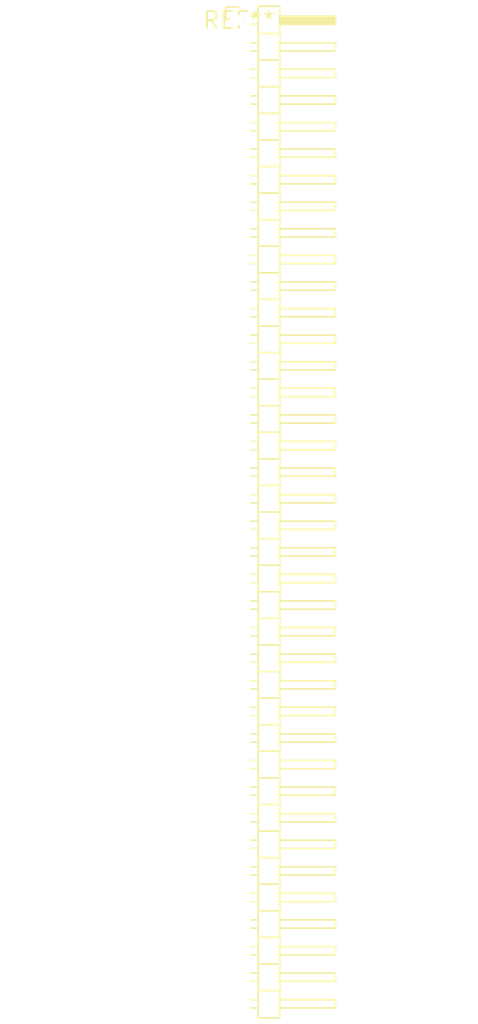
<source format=kicad_pcb>
(kicad_pcb (version 20240108) (generator pcbnew)
  (layers (0 "F.Cu" signal) (31 "B.Cu" signal) (34 "B.Paste" user) (35 "F.Paste" user) (36 "B.SilkS" user "B.Silkscreen") (37 "F.SilkS" user "F.Silkscreen") (38 "B.Mask" user) (39 "F.Mask" user) (44 "Edge.Cuts" user))
  (net 0 "")
  (footprint "PinHeader_1x38_P2.00mm_Horizontal" (layer "F.Cu") (at 0 0)
    (property "Reference" "REF**")
    (property "Value" "PinHeader_1x38_P2.00mm_Horizontal")
    (fp_line (start -1 -1) (end 0 -1) (layer "F.SilkS") (stroke (width 0.12)))
    (fp_line (start -1 0) (end -1 -1) (layer "F.SilkS") (stroke (width 0.12)))
    (fp_line (start 0.882114 1.69) (end 1.44 1.69) (layer "F.SilkS") (stroke (width 0.12)))
    (fp_line (start 0.882114 2.31) (end 1.44 2.31) (layer "F.SilkS") (stroke (width 0.12)))
    (fp_line (start 0.882114 3.69) (end 1.44 3.69) (layer "F.SilkS") (stroke (width 0.12)))
    (fp_line (start 0.882114 4.31) (end 1.44 4.31) (layer "F.SilkS") (stroke (width 0.12)))
    (fp_line (start 0.882114 5.69) (end 1.44 5.69) (layer "F.SilkS") (stroke (width 0.12)))
    (fp_line (start 0.882114 6.31) (end 1.44 6.31) (layer "F.SilkS") (stroke (width 0.12)))
    (fp_line (start 0.882114 7.69) (end 1.44 7.69) (layer "F.SilkS") (stroke (width 0.12)))
    (fp_line (start 0.882114 8.31) (end 1.44 8.31) (layer "F.SilkS") (stroke (width 0.12)))
    (fp_line (start 0.882114 9.69) (end 1.44 9.69) (layer "F.SilkS") (stroke (width 0.12)))
    (fp_line (start 0.882114 10.31) (end 1.44 10.31) (layer "F.SilkS") (stroke (width 0.12)))
    (fp_line (start 0.882114 11.69) (end 1.44 11.69) (layer "F.SilkS") (stroke (width 0.12)))
    (fp_line (start 0.882114 12.31) (end 1.44 12.31) (layer "F.SilkS") (stroke (width 0.12)))
    (fp_line (start 0.882114 13.69) (end 1.44 13.69) (layer "F.SilkS") (stroke (width 0.12)))
    (fp_line (start 0.882114 14.31) (end 1.44 14.31) (layer "F.SilkS") (stroke (width 0.12)))
    (fp_line (start 0.882114 15.69) (end 1.44 15.69) (layer "F.SilkS") (stroke (width 0.12)))
    (fp_line (start 0.882114 16.31) (end 1.44 16.31) (layer "F.SilkS") (stroke (width 0.12)))
    (fp_line (start 0.882114 17.69) (end 1.44 17.69) (layer "F.SilkS") (stroke (width 0.12)))
    (fp_line (start 0.882114 18.31) (end 1.44 18.31) (layer "F.SilkS") (stroke (width 0.12)))
    (fp_line (start 0.882114 19.69) (end 1.44 19.69) (layer "F.SilkS") (stroke (width 0.12)))
    (fp_line (start 0.882114 20.31) (end 1.44 20.31) (layer "F.SilkS") (stroke (width 0.12)))
    (fp_line (start 0.882114 21.69) (end 1.44 21.69) (layer "F.SilkS") (stroke (width 0.12)))
    (fp_line (start 0.882114 22.31) (end 1.44 22.31) (layer "F.SilkS") (stroke (width 0.12)))
    (fp_line (start 0.882114 23.69) (end 1.44 23.69) (layer "F.SilkS") (stroke (width 0.12)))
    (fp_line (start 0.882114 24.31) (end 1.44 24.31) (layer "F.SilkS") (stroke (width 0.12)))
    (fp_line (start 0.882114 25.69) (end 1.44 25.69) (layer "F.SilkS") (stroke (width 0.12)))
    (fp_line (start 0.882114 26.31) (end 1.44 26.31) (layer "F.SilkS") (stroke (width 0.12)))
    (fp_line (start 0.882114 27.69) (end 1.44 27.69) (layer "F.SilkS") (stroke (width 0.12)))
    (fp_line (start 0.882114 28.31) (end 1.44 28.31) (layer "F.SilkS") (stroke (width 0.12)))
    (fp_line (start 0.882114 29.69) (end 1.44 29.69) (layer "F.SilkS") (stroke (width 0.12)))
    (fp_line (start 0.882114 30.31) (end 1.44 30.31) (layer "F.SilkS") (stroke (width 0.12)))
    (fp_line (start 0.882114 31.69) (end 1.44 31.69) (layer "F.SilkS") (stroke (width 0.12)))
    (fp_line (start 0.882114 32.31) (end 1.44 32.31) (layer "F.SilkS") (stroke (width 0.12)))
    (fp_line (start 0.882114 33.69) (end 1.44 33.69) (layer "F.SilkS") (stroke (width 0.12)))
    (fp_line (start 0.882114 34.31) (end 1.44 34.31) (layer "F.SilkS") (stroke (width 0.12)))
    (fp_line (start 0.882114 35.69) (end 1.44 35.69) (layer "F.SilkS") (stroke (width 0.12)))
    (fp_line (start 0.882114 36.31) (end 1.44 36.31) (layer "F.SilkS") (stroke (width 0.12)))
    (fp_line (start 0.882114 37.69) (end 1.44 37.69) (layer "F.SilkS") (stroke (width 0.12)))
    (fp_line (start 0.882114 38.31) (end 1.44 38.31) (layer "F.SilkS") (stroke (width 0.12)))
    (fp_line (start 0.882114 39.69) (end 1.44 39.69) (layer "F.SilkS") (stroke (width 0.12)))
    (fp_line (start 0.882114 40.31) (end 1.44 40.31) (layer "F.SilkS") (stroke (width 0.12)))
    (fp_line (start 0.882114 41.69) (end 1.44 41.69) (layer "F.SilkS") (stroke (width 0.12)))
    (fp_line (start 0.882114 42.31) (end 1.44 42.31) (layer "F.SilkS") (stroke (width 0.12)))
    (fp_line (start 0.882114 43.69) (end 1.44 43.69) (layer "F.SilkS") (stroke (width 0.12)))
    (fp_line (start 0.882114 44.31) (end 1.44 44.31) (layer "F.SilkS") (stroke (width 0.12)))
    (fp_line (start 0.882114 45.69) (end 1.44 45.69) (layer "F.SilkS") (stroke (width 0.12)))
    (fp_line (start 0.882114 46.31) (end 1.44 46.31) (layer "F.SilkS") (stroke (width 0.12)))
    (fp_line (start 0.882114 47.69) (end 1.44 47.69) (layer "F.SilkS") (stroke (width 0.12)))
    (fp_line (start 0.882114 48.31) (end 1.44 48.31) (layer "F.SilkS") (stroke (width 0.12)))
    (fp_line (start 0.882114 49.69) (end 1.44 49.69) (layer "F.SilkS") (stroke (width 0.12)))
    (fp_line (start 0.882114 50.31) (end 1.44 50.31) (layer "F.SilkS") (stroke (width 0.12)))
    (fp_line (start 0.882114 51.69) (end 1.44 51.69) (layer "F.SilkS") (stroke (width 0.12)))
    (fp_line (start 0.882114 52.31) (end 1.44 52.31) (layer "F.SilkS") (stroke (width 0.12)))
    (fp_line (start 0.882114 53.69) (end 1.44 53.69) (layer "F.SilkS") (stroke (width 0.12)))
    (fp_line (start 0.882114 54.31) (end 1.44 54.31) (layer "F.SilkS") (stroke (width 0.12)))
    (fp_line (start 0.882114 55.69) (end 1.44 55.69) (layer "F.SilkS") (stroke (width 0.12)))
    (fp_line (start 0.882114 56.31) (end 1.44 56.31) (layer "F.SilkS") (stroke (width 0.12)))
    (fp_line (start 0.882114 57.69) (end 1.44 57.69) (layer "F.SilkS") (stroke (width 0.12)))
    (fp_line (start 0.882114 58.31) (end 1.44 58.31) (layer "F.SilkS") (stroke (width 0.12)))
    (fp_line (start 0.882114 59.69) (end 1.44 59.69) (layer "F.SilkS") (stroke (width 0.12)))
    (fp_line (start 0.882114 60.31) (end 1.44 60.31) (layer "F.SilkS") (stroke (width 0.12)))
    (fp_line (start 0.882114 61.69) (end 1.44 61.69) (layer "F.SilkS") (stroke (width 0.12)))
    (fp_line (start 0.882114 62.31) (end 1.44 62.31) (layer "F.SilkS") (stroke (width 0.12)))
    (fp_line (start 0.882114 63.69) (end 1.44 63.69) (layer "F.SilkS") (stroke (width 0.12)))
    (fp_line (start 0.882114 64.31) (end 1.44 64.31) (layer "F.SilkS") (stroke (width 0.12)))
    (fp_line (start 0.882114 65.69) (end 1.44 65.69) (layer "F.SilkS") (stroke (width 0.12)))
    (fp_line (start 0.882114 66.31) (end 1.44 66.31) (layer "F.SilkS") (stroke (width 0.12)))
    (fp_line (start 0.882114 67.69) (end 1.44 67.69) (layer "F.SilkS") (stroke (width 0.12)))
    (fp_line (start 0.882114 68.31) (end 1.44 68.31) (layer "F.SilkS") (stroke (width 0.12)))
    (fp_line (start 0.882114 69.69) (end 1.44 69.69) (layer "F.SilkS") (stroke (width 0.12)))
    (fp_line (start 0.882114 70.31) (end 1.44 70.31) (layer "F.SilkS") (stroke (width 0.12)))
    (fp_line (start 0.882114 71.69) (end 1.44 71.69) (layer "F.SilkS") (stroke (width 0.12)))
    (fp_line (start 0.882114 72.31) (end 1.44 72.31) (layer "F.SilkS") (stroke (width 0.12)))
    (fp_line (start 0.882114 73.69) (end 1.44 73.69) (layer "F.SilkS") (stroke (width 0.12)))
    (fp_line (start 0.882114 74.31) (end 1.44 74.31) (layer "F.SilkS") (stroke (width 0.12)))
    (fp_line (start 0.935 -0.31) (end 1.44 -0.31) (layer "F.SilkS") (stroke (width 0.12)))
    (fp_line (start 0.935 0.31) (end 1.44 0.31) (layer "F.SilkS") (stroke (width 0.12)))
    (fp_line (start 1.44 -1.06) (end 1.44 75.06) (layer "F.SilkS") (stroke (width 0.12)))
    (fp_line (start 1.44 1) (end 3.06 1) (layer "F.SilkS") (stroke (width 0.12)))
    (fp_line (start 1.44 3) (end 3.06 3) (layer "F.SilkS") (stroke (width 0.12)))
    (fp_line (start 1.44 5) (end 3.06 5) (layer "F.SilkS") (stroke (width 0.12)))
    (fp_line (start 1.44 7) (end 3.06 7) (layer "F.SilkS") (stroke (width 0.12)))
    (fp_line (start 1.44 9) (end 3.06 9) (layer "F.SilkS") (stroke (width 0.12)))
    (fp_line (start 1.44 11) (end 3.06 11) (layer "F.SilkS") (stroke (width 0.12)))
    (fp_line (start 1.44 13) (end 3.06 13) (layer "F.SilkS") (stroke (width 0.12)))
    (fp_line (start 1.44 15) (end 3.06 15) (layer "F.SilkS") (stroke (width 0.12)))
    (fp_line (start 1.44 17) (end 3.06 17) (layer "F.SilkS") (stroke (width 0.12)))
    (fp_line (start 1.44 19) (end 3.06 19) (layer "F.SilkS") (stroke (width 0.12)))
    (fp_line (start 1.44 21) (end 3.06 21) (layer "F.SilkS") (stroke (width 0.12)))
    (fp_line (start 1.44 23) (end 3.06 23) (layer "F.SilkS") (stroke (width 0.12)))
    (fp_line (start 1.44 25) (end 3.06 25) (layer "F.SilkS") (stroke (width 0.12)))
    (fp_line (start 1.44 27) (end 3.06 27) (layer "F.SilkS") (stroke (width 0.12)))
    (fp_line (start 1.44 29) (end 3.06 29) (layer "F.SilkS") (stroke (width 0.12)))
    (fp_line (start 1.44 31) (end 3.06 31) (layer "F.SilkS") (stroke (width 0.12)))
    (fp_line (start 1.44 33) (end 3.06 33) (layer "F.SilkS") (stroke (width 0.12)))
    (fp_line (start 1.44 35) (end 3.06 35) (layer "F.SilkS") (stroke (width 0.12)))
    (fp_line (start 1.44 37) (end 3.06 37) (layer "F.SilkS") (stroke (width 0.12)))
    (fp_line (start 1.44 39) (end 3.06 39) (layer "F.SilkS") (stroke (width 0.12)))
    (fp_line (start 1.44 41) (end 3.06 41) (layer "F.SilkS") (stroke (width 0.12)))
    (fp_line (start 1.44 43) (end 3.06 43) (layer "F.SilkS") (stroke (width 0.12)))
    (fp_line (start 1.44 45) (end 3.06 45) (layer "F.SilkS") (stroke (width 0.12)))
    (fp_line (start 1.44 47) (end 3.06 47) (layer "F.SilkS") (stroke (width 0.12)))
    (fp_line (start 1.44 49) (end 3.06 49) (layer "F.SilkS") (stroke (width 0.12)))
    (fp_line (start 1.44 51) (end 3.06 51) (layer "F.SilkS") (stroke (width 0.12)))
    (fp_line (start 1.44 53) (end 3.06 53) (layer "F.SilkS") (stroke (width 0.12)))
    (fp_line (start 1.44 55) (end 3.06 55) (layer "F.SilkS") (stroke (width 0.12)))
    (fp_line (start 1.44 57) (end 3.06 57) (layer "F.SilkS") (stroke (width 0.12)))
    (fp_line (start 1.44 59) (end 3.06 59) (layer "F.SilkS") (stroke (width 0.12)))
    (fp_line (start 1.44 61) (end 3.06 61) (layer "F.SilkS") (stroke (width 0.12)))
    (fp_line (start 1.44 63) (end 3.06 63) (layer "F.SilkS") (stroke (width 0.12)))
    (fp_line (start 1.44 65) (end 3.06 65) (layer "F.SilkS") (stroke (width 0.12)))
    (fp_line (start 1.44 67) (end 3.06 67) (layer "F.SilkS") (stroke (width 0.12)))
    (fp_line (start 1.44 69) (end 3.06 69) (layer "F.SilkS") (stroke (width 0.12)))
    (fp_line (start 1.44 71) (end 3.06 71) (layer "F.SilkS") (stroke (width 0.12)))
    (fp_line (start 1.44 73) (end 3.06 73) (layer "F.SilkS") (stroke (width 0.12)))
    (fp_line (start 1.44 75.06) (end 3.06 75.06) (layer "F.SilkS") (stroke (width 0.12)))
    (fp_line (start 3.06 -1.06) (end 1.44 -1.06) (layer "F.SilkS") (stroke (width 0.12)))
    (fp_line (start 3.06 -0.31) (end 7.26 -0.31) (layer "F.SilkS") (stroke (width 0.12)))
    (fp_line (start 3.06 -0.25) (end 7.26 -0.25) (layer "F.SilkS") (stroke (width 0.12)))
    (fp_line (start 3.06 -0.13) (end 7.26 -0.13) (layer "F.SilkS") (stroke (width 0.12)))
    (fp_line (start 3.06 -0.01) (end 7.26 -0.01) (layer "F.SilkS") (stroke (width 0.12)))
    (fp_line (start 3.06 0.11) (end 7.26 0.11) (layer "F.SilkS") (stroke (width 0.12)))
    (fp_line (start 3.06 0.23) (end 7.26 0.23) (layer "F.SilkS") (stroke (width 0.12)))
    (fp_line (start 3.06 1.69) (end 7.26 1.69) (layer "F.SilkS") (stroke (width 0.12)))
    (fp_line (start 3.06 3.69) (end 7.26 3.69) (layer "F.SilkS") (stroke (width 0.12)))
    (fp_line (start 3.06 5.69) (end 7.26 5.69) (layer "F.SilkS") (stroke (width 0.12)))
    (fp_line (start 3.06 7.69) (end 7.26 7.69) (layer "F.SilkS") (stroke (width 0.12)))
    (fp_line (start 3.06 9.69) (end 7.26 9.69) (layer "F.SilkS") (stroke (width 0.12)))
    (fp_line (start 3.06 11.69) (end 7.26 11.69) (layer "F.SilkS") (stroke (width 0.12)))
    (fp_line (start 3.06 13.69) (end 7.26 13.69) (layer "F.SilkS") (stroke (width 0.12)))
    (fp_line (start 3.06 15.69) (end 7.26 15.69) (layer "F.SilkS") (stroke (width 0.12)))
    (fp_line (start 3.06 17.69) (end 7.26 17.69) (layer "F.SilkS") (stroke (width 0.12)))
    (fp_line (start 3.06 19.69) (end 7.26 19.69) (layer "F.SilkS") (stroke (width 0.12)))
    (fp_line (start 3.06 21.69) (end 7.26 21.69) (layer "F.SilkS") (stroke (width 0.12)))
    (fp_line (start 3.06 23.69) (end 7.26 23.69) (layer "F.SilkS") (stroke (width 0.12)))
    (fp_line (start 3.06 25.69) (end 7.26 25.69) (layer "F.SilkS") (stroke (width 0.12)))
    (fp_line (start 3.06 27.69) (end 7.26 27.69) (layer "F.SilkS") (stroke (width 0.12)))
    (fp_line (start 3.06 29.69) (end 7.26 29.69) (layer "F.SilkS") (stroke (width 0.12)))
    (fp_line (start 3.06 31.69) (end 7.26 31.69) (layer "F.SilkS") (stroke (width 0.12)))
    (fp_line (start 3.06 33.69) (end 7.26 33.69) (layer "F.SilkS") (stroke (width 0.12)))
    (fp_line (start 3.06 35.69) (end 7.26 35.69) (layer "F.SilkS") (stroke (width 0.12)))
    (fp_line (start 3.06 37.69) (end 7.26 37.69) (layer "F.SilkS") (stroke (width 0.12)))
    (fp_line (start 3.06 39.69) (end 7.26 39.69) (layer "F.SilkS") (stroke (width 0.12)))
    (fp_line (start 3.06 41.69) (end 7.26 41.69) (layer "F.SilkS") (stroke (width 0.12)))
    (fp_line (start 3.06 43.69) (end 7.26 43.69) (layer "F.SilkS") (stroke (width 0.12)))
    (fp_line (start 3.06 45.69) (end 7.26 45.69) (layer "F.SilkS") (stroke (width 0.12)))
    (fp_line (start 3.06 47.69) (end 7.26 47.69) (layer "F.SilkS") (stroke (width 0.12)))
    (fp_line (start 3.06 49.69) (end 7.26 49.69) (layer "F.SilkS") (stroke (width 0.12)))
    (fp_line (start 3.06 51.69) (end 7.26 51.69) (layer "F.SilkS") (stroke (width 0.12)))
    (fp_line (start 3.06 53.69) (end 7.26 53.69) (layer "F.SilkS") (stroke (width 0.12)))
    (fp_line (start 3.06 55.69) (end 7.26 55.69) (layer "F.SilkS") (stroke (width 0.12)))
    (fp_line (start 3.06 57.69) (end 7.26 57.69) (layer "F.SilkS") (stroke (width 0.12)))
    (fp_line (start 3.06 59.69) (end 7.26 59.69) (layer "F.SilkS") (stroke (width 0.12)))
    (fp_line (start 3.06 61.69) (end 7.26 61.69) (layer "F.SilkS") (stroke (width 0.12)))
    (fp_line (start 3.06 63.69) (end 7.26 63.69) (layer "F.SilkS") (stroke (width 0.12)))
    (fp_line (start 3.06 65.69) (end 7.26 65.69) (layer "F.SilkS") (stroke (width 0.12)))
    (fp_line (start 3.06 67.69) (end 7.26 67.69) (layer "F.SilkS") (stroke (width 0.12)))
    (fp_line (start 3.06 69.69) (end 7.26 69.69) (layer "F.SilkS") (stroke (width 0.12)))
    (fp_line (start 3.06 71.69) (end 7.26 71.69) (layer "F.SilkS") (stroke (width 0.12)))
    (fp_line (start 3.06 73.69) (end 7.26 73.69) (layer "F.SilkS") (stroke (width 0.12)))
    (fp_line (start 3.06 75.06) (end 3.06 -1.06) (layer "F.SilkS") (stroke (width 0.12)))
    (fp_line (start 7.26 -0.31) (end 7.26 0.31) (layer "F.SilkS") (stroke (width 0.12)))
    (fp_line (start 7.26 0.31) (end 3.06 0.31) (layer "F.SilkS") (stroke (width 0.12)))
    (fp_line (start 7.26 1.69) (end 7.26 2.31) (layer "F.SilkS") (stroke (width 0.12)))
    (fp_line (start 7.26 2.31) (end 3.06 2.31) (layer "F.SilkS") (stroke (width 0.12)))
    (fp_line (start 7.26 3.69) (end 7.26 4.31) (layer "F.SilkS") (stroke (width 0.12)))
    (fp_line (start 7.26 4.31) (end 3.06 4.31) (layer "F.SilkS") (stroke (width 0.12)))
    (fp_line (start 7.26 5.69) (end 7.26 6.31) (layer "F.SilkS") (stroke (width 0.12)))
    (fp_line (start 7.26 6.31) (end 3.06 6.31) (layer "F.SilkS") (stroke (width 0.12)))
    (fp_line (start 7.26 7.69) (end 7.26 8.31) (layer "F.SilkS") (stroke (width 0.12)))
    (fp_line (start 7.26 8.31) (end 3.06 8.31) (layer "F.SilkS") (stroke (width 0.12)))
    (fp_line (start 7.26 9.69) (end 7.26 10.31) (layer "F.SilkS") (stroke (width 0.12)))
    (fp_line (start 7.26 10.31) (end 3.06 10.31) (layer "F.SilkS") (stroke (width 0.12)))
    (fp_line (start 7.26 11.69) (end 7.26 12.31) (layer "F.SilkS") (stroke (width 0.12)))
    (fp_line (start 7.26 12.31) (end 3.06 12.31) (layer "F.SilkS") (stroke (width 0.12)))
    (fp_line (start 7.26 13.69) (end 7.26 14.31) (layer "F.SilkS") (stroke (width 0.12)))
    (fp_line (start 7.26 14.31) (end 3.06 14.31) (layer "F.SilkS") (stroke (width 0.12)))
    (fp_line (start 7.26 15.69) (end 7.26 16.31) (layer "F.SilkS") (stroke (width 0.12)))
    (fp_line (start 7.26 16.31) (end 3.06 16.31) (layer "F.SilkS") (stroke (width 0.12)))
    (fp_line (start 7.26 17.69) (end 7.26 18.31) (layer "F.SilkS") (stroke (width 0.12)))
    (fp_line (start 7.26 18.31) (end 3.06 18.31) (layer "F.SilkS") (stroke (width 0.12)))
    (fp_line (start 7.26 19.69) (end 7.26 20.31) (layer "F.SilkS") (stroke (width 0.12)))
    (fp_line (start 7.26 20.31) (end 3.06 20.31) (layer "F.SilkS") (stroke (width 0.12)))
    (fp_line (start 7.26 21.69) (end 7.26 22.31) (layer "F.SilkS") (stroke (width 0.12)))
    (fp_line (start 7.26 22.31) (end 3.06 22.31) (layer "F.SilkS") (stroke (width 0.12)))
    (fp_line (start 7.26 23.69) (end 7.26 24.31) (layer "F.SilkS") (stroke (width 0.12)))
    (fp_line (start 7.26 24.31) (end 3.06 24.31) (layer "F.SilkS") (stroke (width 0.12)))
    (fp_line (start 7.26 25.69) (end 7.26 26.31) (layer "F.SilkS") (stroke (width 0.12)))
    (fp_line (start 7.26 26.31) (end 3.06 26.31) (layer "F.SilkS") (stroke (width 0.12)))
    (fp_line (start 7.26 27.69) (end 7.26 28.31) (layer "F.SilkS") (stroke (width 0.12)))
    (fp_line (start 7.26 28.31) (end 3.06 28.31) (layer "F.SilkS") (stroke (width 0.12)))
    (fp_line (start 7.26 29.69) (end 7.26 30.31) (layer "F.SilkS") (stroke (width 0.12)))
    (fp_line (start 7.26 30.31) (end 3.06 30.31) (layer "F.SilkS") (stroke (width 0.12)))
    (fp_line (start 7.26 31.69) (end 7.26 32.31) (layer "F.SilkS") (stroke (width 0.12)))
    (fp_line (start 7.26 32.31) (end 3.06 32.31) (layer "F.SilkS") (stroke (width 0.12)))
    (fp_line (start 7.26 33.69) (end 7.26 34.31) (layer "F.SilkS") (stroke (width 0.12)))
    (fp_line (start 7.26 34.31) (end 3.06 34.31) (layer "F.SilkS") (stroke (width 0.12)))
    (fp_line (start 7.26 35.69) (end 7.26 36.31) (layer "F.SilkS") (stroke (width 0.12)))
    (fp_line (start 7.26 36.31) (end 3.06 36.31) (layer "F.SilkS") (stroke (width 0.12)))
    (fp_line (start 7.26 37.69) (end 7.26 38.31) (layer "F.SilkS") (stroke (width 0.12)))
    (fp_line (start 7.26 38.31) (end 3.06 38.31) (layer "F.SilkS") (stroke (width 0.12)))
    (fp_line (start 7.26 39.69) (end 7.26 40.31) (layer "F.SilkS") (stroke (width 0.12)))
    (fp_line (start 7.26 40.31) (end 3.06 40.31) (layer "F.SilkS") (stroke (width 0.12)))
    (fp_line (start 7.26 41.69) (end 7.26 42.31) (layer "F.SilkS") (stroke (width 0.12)))
    (fp_line (start 7.26 42.31) (end 3.06 42.31) (layer "F.SilkS") (stroke (width 0.12)))
    (fp_line (start 7.26 43.69) (end 7.26 44.31) (layer "F.SilkS") (stroke (width 0.12)))
    (fp_line (start 7.26 44.31) (end 3.06 44.31) (layer "F.SilkS") (stroke (width 0.12)))
    (fp_line (start 7.26 45.69) (end 7.26 46.31) (layer "F.SilkS") (stroke (width 0.12)))
    (fp_line (start 7.26 46.31) (end 3.06 46.31) (layer "F.SilkS") (stroke (width 0.12)))
    (fp_line (start 7.26 47.69) (end 7.26 48.31) (layer "F.SilkS") (stroke (width 0.12)))
    (fp_line (start 7.26 48.31) (end 3.06 48.31) (layer "F.SilkS") (stroke (width 0.12)))
    (fp_line (start 7.26 49.69) (end 7.26 50.31) (layer "F.SilkS") (stroke (width 0.12)))
    (fp_line (start 7.26 50.31) (end 3.06 50.31) (layer "F.SilkS") (stroke (width 0.12)))
    (fp_line (start 7.26 51.69) (end 7.26 52.31) (layer "F.SilkS") (stroke (width 0.12)))
    (fp_line (start 7.26 52.31) (end 3.06 52.31) (layer "F.SilkS") (stroke (width 0.12)))
    (fp_line (start 7.26 53.69) (end 7.26 54.31) (layer "F.SilkS") (stroke (width 0.12)))
    (fp_line (start 7.26 54.31) (end 3.06 54.31) (layer "F.SilkS") (stroke (width 0.12)))
    (fp_line (start 7.26 55.69) (end 7.26 56.31) (layer "F.SilkS") (stroke (width 0.12)))
    (fp_line (start 7.26 56.31) (end 3.06 56.31) (layer "F.SilkS") (stroke (width 0.12)))
    (fp_line (start 7.26 57.69) (end 7.26 58.31) (layer "F.SilkS") (stroke (width 0.12)))
    (fp_line (start 7.26 58.31) (end 3.06 58.31) (layer "F.SilkS") (stroke (width 0.12)))
    (fp_line (start 7.26 59.69) (end 7.26 60.31) (layer "F.SilkS") (stroke (width 0.12)))
    (fp_line (start 7.26 60.31) (end 3.06 60.31) (layer "F.SilkS") (stroke (width 0.12)))
    (fp_line (start 7.26 61.69) (end 7.26 62.31) (layer "F.SilkS") (stroke (width 0.12)))
    (fp_line (start 7.26 62.31) (end 3.06 62.31) (layer "F.SilkS") (stroke (width 0.12)))
    (fp_line (start 7.26 63.69) (end 7.26 64.31) (layer "F.SilkS") (stroke (width 0.12)))
    (fp_line (start 7.26 64.31) (end 3.06 64.31) (layer "F.SilkS") (stroke (width 0.12)))
    (fp_line (start 7.26 65.69) (end 7.26 66.31) (layer "F.SilkS") (stroke (width 0.12)))
    (fp_line (start 7.26 66.31) (end 3.06 66.31) (layer "F.SilkS") (stroke (width 0.12)))
    (fp_line (start 7.26 67.69) (end 7.26 68.31) (layer "F.SilkS") (stroke (width 0.12)))
    (fp_line (start 7.26 68.31) (end 3.06 68.31) (layer "F.SilkS") (stroke (width 0.12)))
    (fp_line (start 7.26 69.69) (end 7.26 70.31) (layer "F.SilkS") (stroke (width 0.12)))
    (fp_line (start 7.26 70.31) (end 3.06 70.31) (layer "F.SilkS") (stroke (width 0.12)))
    (fp_line (start 7.26 71.69) (end 7.26 72.31) (layer "F.SilkS") (stroke (width 0.12)))
    (fp_line (start 7.26 72.31) (end 3.06 72.31) (layer "F.SilkS") (stroke (width 0.12)))
    (fp_line (start 7.26 73.69) (end 7.26 74.31) (layer "F.SilkS") (stroke (width 0.12)))
    (fp_line (start 7.26 74.31) (end 3.06 74.31) (layer "F.SilkS") (stroke (width 0.12)))
    (pad "1" thru_hole rect (at 0 0) (size 1.35 1.35) (drill 0.8) (layers *.Cu *.Mask) (remove_unused_layers))
    (pad "2" thru_hole oval (at 0 2) (size 1.35 1.35) (drill 0.8) (layers *.Cu *.Mask) (remove_unused_layers))
    (pad "3" thru_hole oval (at 0 4) (size 1.35 1.35) (drill 0.8) (layers *.Cu *.Mask) (remove_unused_layers))
    (pad "4" thru_hole oval (at 0 6) (size 1.35 1.35) (drill 0.8) (layers *.Cu *.Mask) (remove_unused_layers))
    (pad "5" thru_hole oval (at 0 8) (size 1.35 1.35) (drill 0.8) (layers *.Cu *.Mask) (remove_unused_layers))
    (pad "6" thru_hole oval (at 0 10) (size 1.35 1.35) (drill 0.8) (layers *.Cu *.Mask) (remove_unused_layers))
    (pad "7" thru_hole oval (at 0 12) (size 1.35 1.35) (drill 0.8) (layers *.Cu *.Mask) (remove_unused_layers))
    (pad "8" thru_hole oval (at 0 14) (size 1.35 1.35) (drill 0.8) (layers *.Cu *.Mask) (remove_unused_layers))
    (pad "9" thru_hole oval (at 0 16) (size 1.35 1.35) (drill 0.8) (layers *.Cu *.Mask) (remove_unused_layers))
    (pad "10" thru_hole oval (at 0 18) (size 1.35 1.35) (drill 0.8) (layers *.Cu *.Mask) (remove_unused_layers))
    (pad "11" thru_hole oval (at 0 20) (size 1.35 1.35) (drill 0.8) (layers *.Cu *.Mask) (remove_unused_layers))
    (pad "12" thru_hole oval (at 0 22) (size 1.35 1.35) (drill 0.8) (layers *.Cu *.Mask) (remove_unused_layers))
    (pad "13" thru_hole oval (at 0 24) (size 1.35 1.35) (drill 0.8) (layers *.Cu *.Mask) (remove_unused_layers))
    (pad "14" thru_hole oval (at 0 26) (size 1.35 1.35) (drill 0.8) (layers *.Cu *.Mask) (remove_unused_layers))
    (pad "15" thru_hole oval (at 0 28) (size 1.35 1.35) (drill 0.8) (layers *.Cu *.Mask) (remove_unused_layers))
    (pad "16" thru_hole oval (at 0 30) (size 1.35 1.35) (drill 0.8) (layers *.Cu *.Mask) (remove_unused_layers))
    (pad "17" thru_hole oval (at 0 32) (size 1.35 1.35) (drill 0.8) (layers *.Cu *.Mask) (remove_unused_layers))
    (pad "18" thru_hole oval (at 0 34) (size 1.35 1.35) (drill 0.8) (layers *.Cu *.Mask) (remove_unused_layers))
    (pad "19" thru_hole oval (at 0 36) (size 1.35 1.35) (drill 0.8) (layers *.Cu *.Mask) (remove_unused_layers))
    (pad "20" thru_hole oval (at 0 38) (size 1.35 1.35) (drill 0.8) (layers *.Cu *.Mask) (remove_unused_layers))
    (pad "21" thru_hole oval (at 0 40) (size 1.35 1.35) (drill 0.8) (layers *.Cu *.Mask) (remove_unused_layers))
    (pad "22" thru_hole oval (at 0 42) (size 1.35 1.35) (drill 0.8) (layers *.Cu *.Mask) (remove_unused_layers))
    (pad "23" thru_hole oval (at 0 44) (size 1.35 1.35) (drill 0.8) (layers *.Cu *.Mask) (remove_unused_layers))
    (pad "24" thru_hole oval (at 0 46) (size 1.35 1.35) (drill 0.8) (layers *.Cu *.Mask) (remove_unused_layers))
    (pad "25" thru_hole oval (at 0 48) (size 1.35 1.35) (drill 0.8) (layers *.Cu *.Mask) (remove_unused_layers))
    (pad "26" thru_hole oval (at 0 50) (size 1.35 1.35) (drill 0.8) (layers *.Cu *.Mask) (remove_unused_layers))
    (pad "27" thru_hole oval (at 0 52) (size 1.35 1.35) (drill 0.8) (layers *.Cu *.Mask) (remove_unused_layers))
    (pad "28" thru_hole oval (at 0 54) (size 1.35 1.35) (drill 0.8) (layers *.Cu *.Mask) (remove_unused_layers))
    (pad "29" thru_hole oval (at 0 56) (size 1.35 1.35) (drill 0.8) (layers *.Cu *.Mask) (remove_unused_layers))
    (pad "30" thru_hole oval (at 0 58) (size 1.35 1.35) (drill 0.8) (layers *.Cu *.Mask) (remove_unused_layers))
    (pad "31" thru_hole oval (at 0 60) (size 1.35 1.35) (drill 0.8) (layers *.Cu *.Mask) (remove_unused_layers))
    (pad "32" thru_hole oval (at 0 62) (size 1.35 1.35) (drill 0.8) (layers *.Cu *.Mask) (remove_unused_layers))
    (pad "33" thru_hole oval (at 0 64) (size 1.35 1.35) (drill 0.8) (layers *.Cu *.Mask) (remove_unused_layers))
    (pad "34" thru_hole oval (at 0 66) (size 1.35 1.35) (drill 0.8) (layers *.Cu *.Mask) (remove_unused_layers))
    (pad "35" thru_hole oval (at 0 68) (size 1.35 1.35) (drill 0.8) (layers *.Cu *.Mask) (remove_unused_layers))
    (pad "36" thru_hole oval (at 0 70) (size 1.35 1.35) (drill 0.8) (layers *.Cu *.Mask) (remove_unused_layers))
    (pad "37" thru_hole oval (at 0 72) (size 1.35 1.35) (drill 0.8) (layers *.Cu *.Mask) (remove_unused_layers))
    (pad "38" thru_hole oval (at 0 74) (size 1.35 1.35) (drill 0.8) (layers *.Cu *.Mask) (remove_unused_layers))
  )
)
</source>
